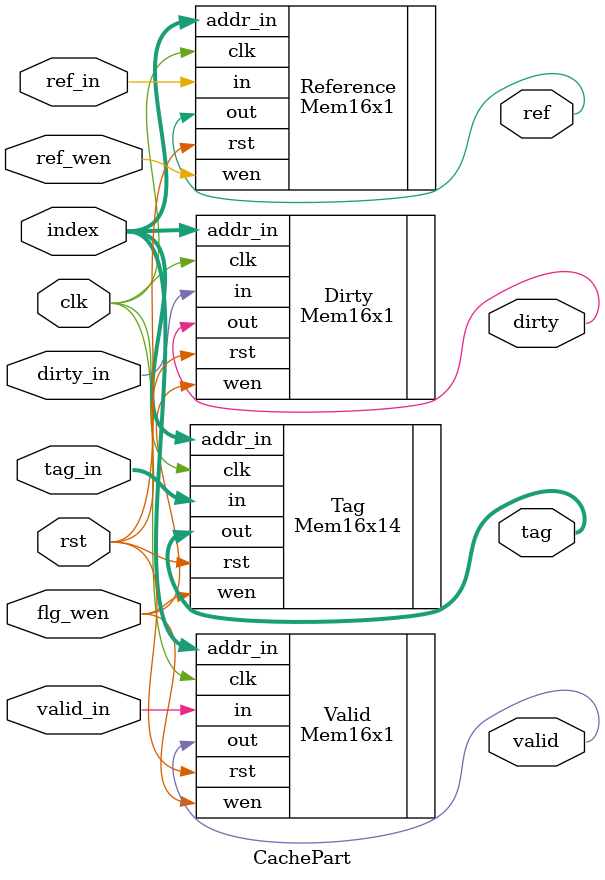
<source format=v>
`timescale 1ns / 1ps
module CachePart(
		/* input */
		clk, rst, ref_wen, flg_wen, index,
		valid_in, ref_in, dirty_in, tag_in,
		/* output */
		valid, ref, dirty, tag
    );

	input clk, rst, ref_wen, flg_wen;
	input valid_in, ref_in, dirty_in;
	input [3:0] index;
	input [13:0] tag_in;
	
	output ref, valid, dirty;
	wire	 ref, valid, dirty;
	
	output [13:0] tag;
	wire 	 [13:0] tag;
		
	
	//rst¸¦ ¾îÂî¾µ°ÍÀÎ°¡
	Mem16x1 Reference (
		 .clk(clk), 
		 .rst(rst), 
		 .in(ref_in), 
		 .addr_in(index), 
		 .wen(ref_wen), 
		 .out(ref)
		 );

	Mem16x1 Valid (
		 .clk(clk), 
		 .rst(rst), 
		 .in(valid_in), 
		 .addr_in(index), 
		 .wen(flg_wen), 
		 .out(valid)
		 );

	Mem16x1 Dirty (
		 .clk(clk), 
		 .rst(rst), 
		 .in(dirty_in), 
		 .addr_in(index), 
		 .wen(flg_wen), 
		 .out(dirty)
		 );

	Mem16x14 Tag (
		 .clk(clk), 
		 .rst(rst), 
		 .wen(flg_wen), //write or load
		 .addr_in(index), 
		 .in(tag_in), 
		 .out(tag)
		 );


endmodule


</source>
